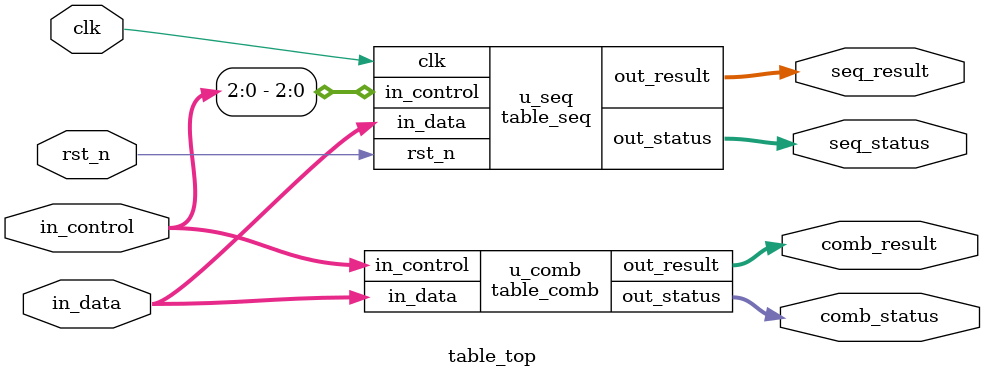
<source format=sv>
module table_comb (
    input logic [7:0] in_data,
    input logic [3:0] in_control,
    output logic [15:0] out_result,
    output logic [3:0] out_status
);
    always @(*) begin
        out_result = 0;
        out_status = 0;
        case (in_control)
            4'h0: begin
                if (in_data < 8'd10) begin
                    out_result = in_data * 16'd17;
                    out_status = 4'h1;
                end else if (in_data < 8'd20) begin
                    out_result = in_data * 16'd19;
                    out_status = 4'h2;
                end else if (in_data < 8'd30) begin
                    out_result = in_data * 16'd23;
                    out_status = 4'h3;
                end else if (in_data < 8'd40) begin
                    out_result = in_data * 16'd29;
                    out_status = 4'h4;
                end else if (in_data < 8'd50) begin
                    out_result = in_data * 16'd31;
                    out_status = 4'h5;
                end else if (in_data < 8'd60) begin
                    out_result = in_data * 16'd37;
                    out_status = 4'h6;
                end else if (in_data < 8'd70) begin
                    out_result = in_data * 16'd41;
                    out_status = 4'h7;
                end else if (in_data < 8'd80) begin
                    out_result = in_data * 16'd43;
                    out_status = 4'h8;
                end else if (in_data < 8'd90) begin
                    out_result = in_data * 16'd47;
                    out_status = 4'h9;
                end else begin
                    out_result = in_data * 16'd53;
                    out_status = 4'hA;
                end
            end
            4'h1: begin
                if (in_data[0]) begin
                    out_result = in_data << 4;
                    out_status = 4'h1;
                end else if (in_data[1]) begin
                    out_result = in_data << 3;
                end else if (in_data[2]) begin
                    out_result = in_data << 2;
                    out_status = 4'h3;
                end else if (in_data[3]) begin
                    out_result = in_data << 1;
                end else begin
                    out_result = in_data;
                    out_status = 4'h5;
                end
            end
            4'h2: begin
                case (in_data[3:0])
                    4'h0: out_result = 16'h1111;
                    4'h1: out_result = 16'h2222;
                    4'h2: out_result = 16'h3333;
                    4'h3: out_result = 16'h4444;
                    4'h4: out_result = 16'h5555;
                    4'h5: out_result = 16'h6666;
                    4'h6: out_result = 16'h7777;
                    4'h7: out_result = 16'h8888;
                    4'h8: out_result = 16'h9999;
                    4'h9: out_result = 16'hAAAA;
                    4'hA: out_result = 16'hBBBB;
                    4'hB: out_result = 16'hCCCC;
                    4'hC: out_result = 16'hDDDD;
                    4'hD: out_result = 16'hEEEE;
                    4'hE: out_result = 16'hFFFF;
                    4'hF: out_result = 16'h0000;
                endcase
                case (in_data[7:4])
                    4'h0: out_status = 4'h0;
                    4'h1: out_status = 4'h1;
                    4'h2: out_status = 4'h2;
                    4'h3: out_status = 4'h3;
                    4'h4: out_status = 4'h4;
                    4'h5: out_status = 4'h5;
                    4'h6: out_status = 4'h6;
                    4'h7: out_status = 4'h7;
                    4'h8: out_status = 4'h8;
                    4'h9: out_status = 4'h9;
                    4'hA: out_status = 4'hA;
                    4'hB: out_status = 4'hB;
                    4'hC: out_status = 4'hC;
                    4'hD: out_status = 4'hD;
                    4'hE: out_status = 4'hE;
                    4'hF: out_status = 4'hF;
                endcase
            end
            default: begin
                if (in_data[0] & in_data[1]) begin
                    out_result = 16'h1234;
                    out_status = 4'h1;
                end else if (in_data[1] & in_data[2]) begin
                    out_result = 16'h2345;
                    out_status = 4'h2;
                end else if (in_data[2] & in_data[3]) begin
                    out_result = 16'h3456;
                    out_status = 4'h3;
                end else if (in_data[3] & in_data[4]) begin
                    out_result = 16'h4567;
                    out_status = 4'h4;
                end else if (in_data[4] & in_data[5]) begin
                    out_result = 16'h5678;
                    out_status = 4'h5;
                end else if (in_data[5] & in_data[6]) begin
                    out_result = 16'h6789;
                    out_status = 4'h6;
                end else if (in_data[6] & in_data[7]) begin
                    out_result = 16'h789A;
                    out_status = 4'h7;
                end else begin
                    out_result = 16'h89AB;
                    out_status = 4'h8;
                end
            end
        endcase
    end
endmodule
module table_seq (
    input logic clk,
    input logic rst_n,
    input logic [7:0] in_data,
    input logic [2:0] in_control,
    output logic [15:0] out_result,
    output logic [3:0] out_status
);
    typedef enum logic [3:0] {
        IDLE = 4'h0,
        STATE1 = 4'h1,
        STATE2 = 4'h2,
        STATE3 = 4'h3,
        STATE4 = 4'h4,
        STATE5 = 4'h5,
        STATE6 = 4'h6,
        STATE7 = 4'h7,
        STATE8 = 4'h8,
        STATE9 = 4'h9,
        STATEA = 4'hA,
        STATEB = 4'hB,
        STATEC = 4'hC,
        STATED = 4'hD,
        STATEE = 4'hE,
        STATEF = 4'hF
    } state_t;
    state_t state, next_state;
    always @(posedge clk or negedge rst_n) begin
        if (!rst_n) begin
            state <= IDLE;
        end else begin
            state <= next_state;
        end
    end
    always @(posedge clk) begin
        out_result <= 16'h0000;
        out_status <= 4'h0;
        case (state)
            IDLE: begin
                if (in_control == 3'h0) begin
                    next_state <= STATE1;
                    out_result <= 16'h1111;
                    out_status <= 4'h1;
                end else if (in_control == 3'h1) begin
                    next_state <= STATE2;
                    out_result <= 16'h2222;
                    out_status <= 4'h2;
                end else begin
                    next_state <= IDLE;
                end
            end
            STATE1: begin
                if (in_data < 8'd50) begin
                    next_state <= STATE3;
                    out_result <= {8'h00, in_data};
                    out_status <= 4'h3;
                end else begin
                    next_state <= STATE4;
                    out_result <= {in_data, 8'h00};
                    out_status <= 4'h4;
                end
            end
            STATE2: begin
                if (in_data[0]) begin
                    next_state <= STATE5;
                    out_result <= 16'h5555;
                    out_status <= 4'h5;
                end else if (in_data[1]) begin
                    next_state <= STATE6;
                    out_result <= 16'h6666;
                    out_status <= 4'h6;
                end else if (in_data[2]) begin
                    next_state <= STATE7;
                    out_result <= 16'h7777;
                    out_status <= 4'h7;
                end else begin
                    next_state <= IDLE;
                end
            end
            STATE3: begin
                next_state <= STATE8;
                out_result <= 16'h8888;
                out_status <= 4'h8;
            end
            STATE4: begin
                next_state <= STATE9;
                out_result <= 16'h9999;
                out_status <= 4'h9;
            end
            STATE5: begin
                next_state <= STATEA;
                out_result <= 16'hAAAA;
                out_status <= 4'hA;
            end
            STATE6: begin
                next_state <= STATEB;
                out_result <= 16'hBBBB;
                out_status <= 4'hB;
            end
            STATE7: begin
                next_state <= STATEC;
                out_result <= 16'hCCCC;
                out_status <= 4'hC;
            end
            STATE8, STATE9: begin
                next_state <= STATED;
                out_result <= 16'hDDDD;
                out_status <= 4'hD;
            end
            STATEA, STATEB, STATEC: begin
                next_state <= STATEE;
                out_result <= 16'hEEEE;
                out_status <= 4'hE;
            end
            default: begin
                next_state <= IDLE;
                out_result <= 16'hFFFF;
                out_status <= 4'hF;
            end
        endcase
    end
endmodule
module table_top (
    input logic clk,
    input logic rst_n,
    input logic [7:0] in_data,
    input logic [3:0] in_control,
    output logic [15:0] comb_result,
    output logic [3:0] comb_status,
    output logic [15:0] seq_result,
    output logic [3:0] seq_status
);
    table_comb u_comb (
        .in_data(in_data),
        .in_control(in_control[3:0]),
        .out_result(comb_result),
        .out_status(comb_status)
    );
    table_seq u_seq (
        .clk(clk),
        .rst_n(rst_n),
        .in_data(in_data),
        .in_control(in_control[2:0]),
        .out_result(seq_result),
        .out_status(seq_status)
    );
endmodule

</source>
